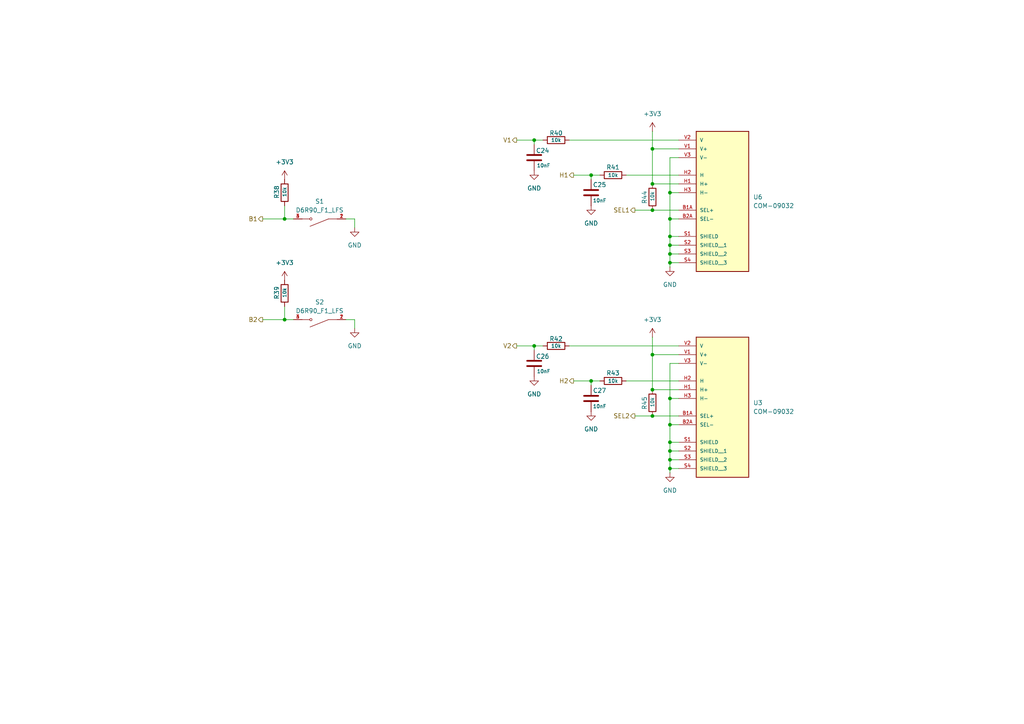
<source format=kicad_sch>
(kicad_sch (version 20250114) (generator "eeschema") (generator_version "9.0")
  (paper "A4")
  (lib_symbols
    (symbol "COM-09032:COM-09032" (pin_names (offset 1.016))
      (property "Reference" "U" (at -7.62 16.002 0))
      (property "Value" "COM-09032" (at -7.62 -27.94 0))
      (symbol "COM-09032_0_0"
        (rectangle (start -7.62 -25.4) (end 7.62 15.24) (stroke (width 0.254)) (fill (type background)))
        (pin passive line (at -12.7 12.7 0) (length 5.08) (name "V") (number "V2"))
        (pin passive line (at -12.7 10.16 0) (length 5.08) (name "V+") (number "V1"))
        (pin passive line (at -12.7 7.62 0) (length 5.08) (name "V-") (number "V3"))
        (pin passive line (at -12.7 2.54 0) (length 5.08) (name "H") (number "H2"))
        (pin passive line (at -12.7 0 0) (length 5.08) (name "H+") (number "H1"))
        (pin passive line (at -12.7 -2.54 0) (length 5.08) (name "H-") (number "H3"))
        (pin passive line (at -12.7 -7.62 0) (length 5.08) (name "SEL+") (number "B1A"))
        (pin passive line (at -12.7 -10.16 0) (length 5.08) (name "SEL-") (number "B2A"))
        (pin passive line (at -12.7 -15.24 0) (length 5.08) (name "SHIELD") (number "S1"))
        (pin passive line (at -12.7 -17.78 0) (length 5.08) (name "SHIELD__1") (number "S2"))
        (pin passive line (at -12.7 -20.32 0) (length 5.08) (name "SHIELD__2") (number "S3"))
        (pin passive line (at -12.7 -22.86 0) (length 5.08) (name "SHIELD__3") (number "S4"))
      )
    )
    (symbol "D6R90_F1_LFS:D6R90_F1_LFS" (pin_names (offset 1.016))
      (property "Reference" "S" (at -2.54 2.54 0))
      (property "Value" "D6R90_F1_LFS" (at -2.54 -2.54 0))
      (symbol "D6R90_F1_LFS_0_0"
        (polyline (pts (xy -2.54 0) (xy -5.08 0)) (stroke (width 0.1524)))
        (polyline (pts (xy -2.54 0) (xy 2.794 2.1336)) (stroke (width 0.1524)))
        (circle (center 2.54 0) (radius 0.3302) (stroke (width 0.1524)))
        (polyline (pts (xy 5.08 0) (xy 2.921 0)) (stroke (width 0.1524)))
        (pin passive line (at -7.62 0 0) (length 2.54) (name "~") (number "1"))
        (pin passive line (at -7.62 0 0) (length 2.54) (name "~") (number "2"))
        (pin passive line (at 7.62 0 180) (length 2.54) (name "~") (number "3"))
        (pin passive line (at 7.62 0 180) (length 2.54) (name "~") (number "4"))
      )
    )
    (symbol "Device:C" (pin_numbers (hide yes)) (pin_names (offset 0.254))
      (property "Reference" "C" (at 0.635 2.54 0))
      (property "Value" "C" (at 0.635 -2.54 0))
      (symbol "C_0_1"
        (polyline (pts (xy -2.032 0.762) (xy 2.032 0.762)) (stroke (width 0.508)))
        (polyline (pts (xy -2.032 -0.762) (xy 2.032 -0.762)) (stroke (width 0.508)))
      )
      (symbol "C_1_1"
        (pin passive line (at 0 3.81 270) (length 2.794) (name "~") (number "1"))
        (pin passive line (at 0 -3.81 90) (length 2.794) (name "~") (number "2"))
      )
    )
    (symbol "Device:R" (pin_numbers (hide yes)) (pin_names (offset 0))
      (property "Reference" "R" (at 2.032 0 90))
      (property "Value" "R" (at 0 0 90))
      (symbol "R_0_1"
        (rectangle (start -1.016 -2.54) (end 1.016 2.54) (stroke (width 0.254)))
      )
      (symbol "R_1_1"
        (pin passive line (at 0 3.81 270) (length 1.27) (name "~") (number "1"))
        (pin passive line (at 0 -3.81 90) (length 1.27) (name "~") (number "2"))
      )
    )
    (symbol "power:+3V3" (power) (pin_numbers (hide yes)) (pin_names (offset 0) (hide yes))
      (property "Value" "+3V3" (at 0 3.556 0))
      (symbol "+3V3_0_1"
        (polyline (pts (xy -0.762 1.27) (xy 0 2.54)))
        (polyline (pts (xy 0 2.54) (xy 0.762 1.27)))
        (polyline (pts (xy 0 0) (xy 0 2.54)))
      )
      (symbol "+3V3_1_1"
        (pin power_in line (at 0 0 90) (length 0) (name "~") (number "1"))
      )
    )
    (symbol "power:GND" (power) (pin_numbers (hide yes)) (pin_names (offset 0) (hide yes))
      (property "Value" "GND" (at 0 -3.81 0))
      (symbol "GND_0_1"
        (polyline (pts (xy 0 0) (xy 0 -1.27) (xy 1.27 -1.27) (xy 0 -2.54) (xy -1.27 -1.27) (xy 0 -1.27)))
      )
      (symbol "GND_1_1"
        (pin power_in line (at 0 0 270) (length 0) (name "~") (number "1"))
      )
    )
  )
  (junction (at 194.31 133.35))
  (junction (at 154.94 100.33))
  (junction (at 171.45 110.49))
  (junction (at 194.31 135.89))
  (junction (at 194.31 115.57))
  (junction (at 82.55 92.71))
  (junction (at 154.94 40.64))
  (junction (at 194.31 73.66))
  (junction (at 194.31 76.2))
  (junction (at 189.23 60.96))
  (junction (at 189.23 43.18))
  (junction (at 189.23 113.03))
  (junction (at 194.31 71.12))
  (junction (at 189.23 53.34))
  (junction (at 194.31 55.88))
  (junction (at 82.55 63.5))
  (junction (at 189.23 102.87))
  (junction (at 194.31 63.5))
  (junction (at 194.31 123.19))
  (junction (at 194.31 68.58))
  (junction (at 194.31 128.27))
  (junction (at 194.31 130.81))
  (junction (at 189.23 120.65))
  (junction (at 171.45 50.8))
  (wire (pts (xy 196.85 105.41) (xy 194.31 105.41)))
  (wire (pts (xy 194.31 115.57) (xy 196.85 115.57)))
  (wire (pts (xy 196.85 53.34) (xy 189.23 53.34)))
  (wire (pts (xy 100.33 63.5) (xy 102.87 63.5)))
  (wire (pts (xy 194.31 45.72) (xy 194.31 55.88)))
  (wire (pts (xy 194.31 133.35) (xy 196.85 133.35)))
  (wire (pts (xy 165.1 100.33) (xy 196.85 100.33)))
  (wire (pts (xy 196.85 120.65) (xy 189.23 120.65)))
  (wire (pts (xy 82.55 92.71) (xy 85.09 92.71)))
  (wire (pts (xy 194.31 63.5) (xy 196.85 63.5)))
  (wire (pts (xy 189.23 102.87) (xy 189.23 97.79)))
  (wire (pts (xy 194.31 68.58) (xy 194.31 71.12)))
  (wire (pts (xy 194.31 128.27) (xy 194.31 130.81)))
  (wire (pts (xy 189.23 113.03) (xy 189.23 102.87)))
  (wire (pts (xy 194.31 71.12) (xy 196.85 71.12)))
  (wire (pts (xy 194.31 63.5) (xy 194.31 68.58)))
  (wire (pts (xy 194.31 76.2) (xy 196.85 76.2)))
  (wire (pts (xy 194.31 135.89) (xy 194.31 137.16)))
  (wire (pts (xy 194.31 55.88) (xy 194.31 63.5)))
  (wire (pts (xy 194.31 130.81) (xy 196.85 130.81)))
  (wire (pts (xy 194.31 73.66) (xy 196.85 73.66)))
  (wire (pts (xy 171.45 111.76) (xy 171.45 110.49)))
  (wire (pts (xy 194.31 68.58) (xy 196.85 68.58)))
  (wire (pts (xy 165.1 40.64) (xy 196.85 40.64)))
  (wire (pts (xy 194.31 133.35) (xy 194.31 135.89)))
  (wire (pts (xy 76.2 92.71) (xy 82.55 92.71)))
  (wire (pts (xy 154.94 40.64) (xy 149.86 40.64)))
  (wire (pts (xy 194.31 128.27) (xy 196.85 128.27)))
  (wire (pts (xy 189.23 53.34) (xy 189.23 43.18)))
  (wire (pts (xy 194.31 55.88) (xy 196.85 55.88)))
  (wire (pts (xy 154.94 100.33) (xy 149.86 100.33)))
  (wire (pts (xy 194.31 135.89) (xy 196.85 135.89)))
  (wire (pts (xy 157.48 40.64) (xy 154.94 40.64)))
  (wire (pts (xy 196.85 113.03) (xy 189.23 113.03)))
  (wire (pts (xy 196.85 45.72) (xy 194.31 45.72)))
  (wire (pts (xy 82.55 88.9) (xy 82.55 92.71)))
  (wire (pts (xy 196.85 43.18) (xy 189.23 43.18)))
  (wire (pts (xy 171.45 52.07) (xy 171.45 50.8)))
  (wire (pts (xy 82.55 63.5) (xy 85.09 63.5)))
  (wire (pts (xy 194.31 105.41) (xy 194.31 115.57)))
  (wire (pts (xy 196.85 102.87) (xy 189.23 102.87)))
  (wire (pts (xy 181.61 110.49) (xy 196.85 110.49)))
  (wire (pts (xy 102.87 63.5) (xy 102.87 66.04)))
  (wire (pts (xy 76.2 63.5) (xy 82.55 63.5)))
  (wire (pts (xy 194.31 115.57) (xy 194.31 123.19)))
  (wire (pts (xy 194.31 130.81) (xy 194.31 133.35)))
  (wire (pts (xy 194.31 123.19) (xy 194.31 128.27)))
  (wire (pts (xy 154.94 101.6) (xy 154.94 100.33)))
  (wire (pts (xy 181.61 50.8) (xy 196.85 50.8)))
  (wire (pts (xy 100.33 92.71) (xy 102.87 92.71)))
  (wire (pts (xy 166.37 50.8) (xy 171.45 50.8)))
  (wire (pts (xy 196.85 60.96) (xy 189.23 60.96)))
  (wire (pts (xy 189.23 43.18) (xy 189.23 38.1)))
  (wire (pts (xy 82.55 59.69) (xy 82.55 63.5)))
  (wire (pts (xy 194.31 71.12) (xy 194.31 73.66)))
  (wire (pts (xy 102.87 92.71) (xy 102.87 95.25)))
  (wire (pts (xy 194.31 73.66) (xy 194.31 76.2)))
  (wire (pts (xy 166.37 110.49) (xy 171.45 110.49)))
  (wire (pts (xy 194.31 76.2) (xy 194.31 77.47)))
  (wire (pts (xy 189.23 60.96) (xy 184.15 60.96)))
  (wire (pts (xy 194.31 123.19) (xy 196.85 123.19)))
  (wire (pts (xy 189.23 120.65) (xy 184.15 120.65)))
  (wire (pts (xy 171.45 110.49) (xy 173.99 110.49)))
  (wire (pts (xy 157.48 100.33) (xy 154.94 100.33)))
  (wire (pts (xy 154.94 41.91) (xy 154.94 40.64)))
  (wire (pts (xy 171.45 50.8) (xy 173.99 50.8)))
  (hierarchical_label "B1" (shape output) (at 76.2 63.5 180))
  (hierarchical_label "V1" (shape output) (at 149.86 40.64 180))
  (hierarchical_label "SEL2" (shape output) (at 184.15 120.65 180))
  (hierarchical_label "SEL1" (shape output) (at 184.15 60.96 180))
  (hierarchical_label "H1" (shape output) (at 166.37 50.8 180))
  (hierarchical_label "H2" (shape output) (at 166.37 110.49 180))
  (hierarchical_label "B2" (shape output) (at 76.2 92.71 180))
  (hierarchical_label "V2" (shape output) (at 149.86 100.33 180))
  (symbol (lib_id "power:+3V3") (at 82.55 52.07 0) (unit 1)
    (property "Reference" "#PWR018" (effects (hide yes)))
    (property "Value" "+3V3" (at 82.55 46.99 0))
    (property "Description" "Power symbol creates a global label with name \"+3V3\"" (effects (hide yes)))
  )
  (symbol (lib_id "Device:R") (at 177.8 110.49 90) (unit 1)
    (property "Reference" "R43" (at 177.8 108.204 90))
    (property "Value" "10k" (at 177.8 110.49 90) (effects (font (size 1.016 1.016))))
    (property "Description" "Resistor" (effects (hide yes)))
  )
  (symbol (lib_id "COM-09032:COM-09032") (at 209.55 53.34 0) (unit 1)
    (property "Reference" "U6" (at 218.44 57.1499 0) (effects (justify left)))
    (property "Value" "COM-09032" (at 218.44 59.6899 0) (effects (justify left)))
    (property "Footprint" "COM-09032:XDCR_COM-09032" (effects (hide yes)))
    (property "PARTREV" "N/A" (effects (hide yes)))
    (property "STANDARD" "Manufacturer Recommendations" (effects (hide yes)))
    (property "MAXIMUM_PACKAGE_HEIGHT" "30.1mm" (effects (hide yes)))
    (property "MANUFACTURER" "SparkFun Electronics" (effects (hide yes)))
  )
  (symbol (lib_id "power:GND") (at 102.87 66.04 0) (unit 1)
    (property "Reference" "#PWR016" (effects (hide yes)))
    (property "Value" "GND" (at 102.87 71.12 0))
    (property "Description" "Power symbol creates a global label with name \"GND\" , ground" (effects (hide yes)))
  )
  (symbol (lib_id "COM-09032:COM-09032") (at 209.55 113.03 0) (unit 1)
    (property "Reference" "U3" (at 218.44 116.8399 0) (effects (justify left)))
    (property "Value" "COM-09032" (at 218.44 119.3799 0) (effects (justify left)))
    (property "Footprint" "COM-09032:XDCR_COM-09032" (effects (hide yes)))
    (property "PARTREV" "N/A" (effects (hide yes)))
    (property "STANDARD" "Manufacturer Recommendations" (effects (hide yes)))
    (property "MAXIMUM_PACKAGE_HEIGHT" "30.1mm" (effects (hide yes)))
    (property "MANUFACTURER" "SparkFun Electronics" (effects (hide yes)))
  )
  (symbol (lib_id "power:+3V3") (at 189.23 97.79 0) (unit 1)
    (property "Reference" "#PWR025" (effects (hide yes)))
    (property "Value" "+3V3" (at 189.23 92.71 0))
    (property "Description" "Power symbol creates a global label with name \"+3V3\"" (effects (hide yes)))
  )
  (symbol (lib_id "power:GND") (at 171.45 119.38 0) (unit 1)
    (property "Reference" "#PWR0110" (effects (hide yes)))
    (property "Value" "GND" (at 171.45 124.46 0))
    (property "Description" "Power symbol creates a global label with name \"GND\" , ground" (effects (hide yes)))
  )
  (symbol (lib_id "power:GND") (at 194.31 77.47 0) (unit 1)
    (property "Reference" "#PWR022" (effects (hide yes)))
    (property "Value" "GND" (at 194.31 82.55 0))
    (property "Description" "Power symbol creates a global label with name \"GND\" , ground" (effects (hide yes)))
  )
  (symbol (lib_id "Device:R") (at 161.29 100.33 90) (unit 1)
    (property "Reference" "R42" (at 161.29 98.298 90))
    (property "Value" "10k" (at 161.29 100.33 90) (effects (font (size 1.016 1.016))))
    (property "Description" "Resistor" (effects (hide yes)))
  )
  (symbol (lib_id "Device:R") (at 82.55 55.88 0) (unit 1)
    (property "Reference" "R38" (at 80.264 57.658 90) (effects (justify left)))
    (property "Value" "10k" (at 82.55 57.15 90) (effects (font (size 1.016 1.016)) (justify left)))
    (property "Description" "Resistor" (effects (hide yes)))
  )
  (symbol (lib_id "power:GND") (at 102.87 95.25 0) (unit 1)
    (property "Reference" "#PWR020" (effects (hide yes)))
    (property "Value" "GND" (at 102.87 100.33 0))
    (property "Description" "Power symbol creates a global label with name \"GND\" , ground" (effects (hide yes)))
  )
  (symbol (lib_id "D6R90_F1_LFS:D6R90_F1_LFS") (at 92.71 92.71 180) (unit 1)
    (property "Reference" "S2" (at 92.71 87.63 0))
    (property "Value" "D6R90_F1_LFS" (at 92.71 90.17 0))
    (property "Footprint" "D6R90_F1_LFS:SW_D6R90_F1_LFS" (effects (hide yes)))
    (property "PARTREV" "N/A" (effects (hide yes)))
    (property "STANDARD" "Manufacturer Recommendations" (effects (hide yes)))
    (property "MAXIMUM_PACKAGE_HEIGHT" "14.3 mm" (effects (hide yes)))
    (property "MANUFACTURER" "C&K" (effects (hide yes)))
  )
  (symbol (lib_id "power:GND") (at 154.94 49.53 0) (unit 1)
    (property "Reference" "#PWR0103" (effects (hide yes)))
    (property "Value" "GND" (at 154.94 54.61 0))
    (property "Description" "Power symbol creates a global label with name \"GND\" , ground" (effects (hide yes)))
  )
  (symbol (lib_id "Device:C") (at 171.45 115.57 0) (unit 1)
    (property "Reference" "C27" (at 171.958 113.284 0) (effects (justify left)))
    (property "Value" "10nF" (at 171.958 117.856 0) (effects (font (size 1.016 1.016)) (justify left)))
    (property "Description" "Unpolarized capacitor" (effects (hide yes)))
  )
  (symbol (lib_id "power:+3V3") (at 189.23 38.1 0) (unit 1)
    (property "Reference" "#PWR021" (effects (hide yes)))
    (property "Value" "+3V3" (at 189.23 33.02 0))
    (property "Description" "Power symbol creates a global label with name \"+3V3\"" (effects (hide yes)))
  )
  (symbol (lib_id "Device:R") (at 189.23 57.15 0) (unit 1)
    (property "Reference" "R44" (at 186.944 59.182 90) (effects (justify left)))
    (property "Value" "10k" (at 189.23 58.42 90) (effects (font (size 1.016 1.016)) (justify left)))
    (property "Description" "Resistor" (effects (hide yes)))
  )
  (symbol (lib_id "D6R90_F1_LFS:D6R90_F1_LFS") (at 92.71 63.5 180) (unit 1)
    (property "Reference" "S1" (at 92.71 58.42 0))
    (property "Value" "D6R90_F1_LFS" (at 92.71 60.96 0))
    (property "Footprint" "D6R90_F1_LFS:SW_D6R90_F1_LFS" (effects (hide yes)))
    (property "PARTREV" "N/A" (effects (hide yes)))
    (property "STANDARD" "Manufacturer Recommendations" (effects (hide yes)))
    (property "MAXIMUM_PACKAGE_HEIGHT" "14.3 mm" (effects (hide yes)))
    (property "MANUFACTURER" "C&K" (effects (hide yes)))
  )
  (symbol (lib_id "Device:C") (at 154.94 45.72 0) (unit 1)
    (property "Reference" "C24" (at 155.448 43.688 0) (effects (justify left)))
    (property "Value" "10nF" (at 155.702 48.006 0) (effects (font (size 1.016 1.016)) (justify left)))
    (property "Description" "Unpolarized capacitor" (effects (hide yes)))
  )
  (symbol (lib_id "Device:C") (at 154.94 105.41 0) (unit 1)
    (property "Reference" "C26" (at 155.448 103.378 0) (effects (justify left)))
    (property "Value" "10nF" (at 155.702 107.696 0) (effects (font (size 1.016 1.016)) (justify left)))
    (property "Description" "Unpolarized capacitor" (effects (hide yes)))
  )
  (symbol (lib_id "Device:R") (at 82.55 85.09 0) (unit 1)
    (property "Reference" "R39" (at 80.264 86.868 90) (effects (justify left)))
    (property "Value" "10k" (at 82.55 86.36 90) (effects (font (size 1.016 1.016)) (justify left)))
    (property "Description" "Resistor" (effects (hide yes)))
  )
  (symbol (lib_id "power:+3V3") (at 82.55 81.28 0) (unit 1)
    (property "Reference" "#PWR019" (effects (hide yes)))
    (property "Value" "+3V3" (at 82.55 76.2 0))
    (property "Description" "Power symbol creates a global label with name \"+3V3\"" (effects (hide yes)))
  )
  (symbol (lib_id "Device:C") (at 171.45 55.88 0) (unit 1)
    (property "Reference" "C25" (at 171.958 53.594 0) (effects (justify left)))
    (property "Value" "10nF" (at 171.958 58.166 0) (effects (font (size 1.016 1.016)) (justify left)))
    (property "Description" "Unpolarized capacitor" (effects (hide yes)))
  )
  (symbol (lib_id "power:GND") (at 171.45 59.69 0) (unit 1)
    (property "Reference" "#PWR0104" (effects (hide yes)))
    (property "Value" "GND" (at 171.45 64.77 0))
    (property "Description" "Power symbol creates a global label with name \"GND\" , ground" (effects (hide yes)))
  )
  (symbol (lib_id "power:GND") (at 194.31 137.16 0) (unit 1)
    (property "Reference" "#PWR026" (effects (hide yes)))
    (property "Value" "GND" (at 194.31 142.24 0))
    (property "Description" "Power symbol creates a global label with name \"GND\" , ground" (effects (hide yes)))
  )
  (symbol (lib_id "power:GND") (at 154.94 109.22 0) (unit 1)
    (property "Reference" "#PWR023" (effects (hide yes)))
    (property "Value" "GND" (at 154.94 114.3 0))
    (property "Description" "Power symbol creates a global label with name \"GND\" , ground" (effects (hide yes)))
  )
  (symbol (lib_id "Device:R") (at 161.29 40.64 90) (unit 1)
    (property "Reference" "R40" (at 161.29 38.608 90))
    (property "Value" "10k" (at 161.29 40.64 90) (effects (font (size 1.016 1.016))))
    (property "Description" "Resistor" (effects (hide yes)))
  )
  (symbol (lib_id "Device:R") (at 189.23 116.84 0) (unit 1)
    (property "Reference" "R45" (at 186.944 118.872 90) (effects (justify left)))
    (property "Value" "10k" (at 189.23 118.11 90) (effects (font (size 1.016 1.016)) (justify left)))
    (property "Description" "Resistor" (effects (hide yes)))
  )
  (symbol (lib_id "Device:R") (at 177.8 50.8 90) (unit 1)
    (property "Reference" "R41" (at 177.8 48.514 90))
    (property "Value" "10k" (at 177.8 50.8 90) (effects (font (size 1.016 1.016))))
    (property "Description" "Resistor" (effects (hide yes)))
  )
)
</source>
